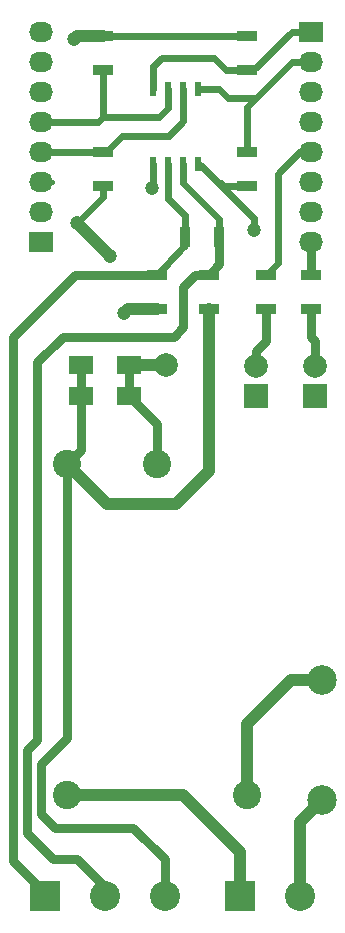
<source format=gbr>
G04 #@! TF.FileFunction,Copper,L1,Top,Signal*
%FSLAX46Y46*%
G04 Gerber Fmt 4.6, Leading zero omitted, Abs format (unit mm)*
G04 Created by KiCad (PCBNEW 4.0.2+dfsg1-stable) date mar 17 jul 2018 09:31:31 CEST*
%MOMM*%
G01*
G04 APERTURE LIST*
%ADD10C,0.100000*%
%ADD11R,2.000000X2.000000*%
%ADD12C,2.000000*%
%ADD13C,2.500000*%
%ADD14R,2.540000X2.540000*%
%ADD15C,2.540000*%
%ADD16C,1.998980*%
%ADD17R,0.508000X1.143000*%
%ADD18R,2.000000X1.600000*%
%ADD19R,1.700000X0.900000*%
%ADD20R,0.900000X1.700000*%
%ADD21R,2.032000X1.727200*%
%ADD22O,2.032000X1.727200*%
%ADD23C,2.400000*%
%ADD24C,1.200000*%
%ADD25C,0.600000*%
%ADD26C,0.800000*%
%ADD27C,1.000000*%
%ADD28C,0.400000*%
%ADD29C,0.700000*%
G04 APERTURE END LIST*
D10*
D11*
X127110000Y-85920000D03*
D12*
X127110000Y-83380000D03*
D11*
X132110000Y-85920000D03*
D12*
X132110000Y-83380000D03*
D13*
X132710000Y-120120000D03*
X132710000Y-109960000D03*
D14*
X125730000Y-128270000D03*
D15*
X130810000Y-128270000D03*
D14*
X109220000Y-128270000D03*
D15*
X114300000Y-128270000D03*
X119380000Y-128270000D03*
D16*
X119510000Y-83320000D03*
D17*
X122215000Y-66295000D03*
X120945000Y-66295000D03*
X119675000Y-66295000D03*
X118405000Y-66295000D03*
X118405000Y-59945000D03*
X119675000Y-59945000D03*
X120945000Y-59945000D03*
X122215000Y-59945000D03*
D18*
X116310000Y-85920000D03*
X112310000Y-85920000D03*
X116310000Y-83320000D03*
X112310000Y-83320000D03*
D19*
X126310000Y-65270000D03*
X126310000Y-68170000D03*
X114110000Y-65270000D03*
X114110000Y-68170000D03*
X114110000Y-58370000D03*
X114110000Y-55470000D03*
X126310000Y-58370000D03*
X126310000Y-55470000D03*
X118710000Y-75670000D03*
X118710000Y-78570000D03*
X127910000Y-78570000D03*
X127910000Y-75670000D03*
X131710000Y-78570000D03*
X131710000Y-75670000D03*
X123110000Y-78570000D03*
X123110000Y-75670000D03*
D20*
X121060000Y-72520000D03*
X123960000Y-72520000D03*
D21*
X131710000Y-55120000D03*
D22*
X131710000Y-57660000D03*
X131710000Y-60200000D03*
X131710000Y-62740000D03*
X131710000Y-65280000D03*
X131710000Y-67820000D03*
X131710000Y-70360000D03*
X131710000Y-72900000D03*
D21*
X108910000Y-72920000D03*
D22*
X108910000Y-70380000D03*
X108910000Y-67840000D03*
X108910000Y-65300000D03*
X108910000Y-62760000D03*
X108910000Y-60220000D03*
X108910000Y-57680000D03*
X108910000Y-55140000D03*
D23*
X111110000Y-119720000D03*
X126310000Y-119720000D03*
X111110000Y-91720000D03*
X118710000Y-91720000D03*
D24*
X118310000Y-68320000D03*
X111710000Y-55720000D03*
X111910000Y-71320000D03*
X114710000Y-74120000D03*
X126910000Y-71920000D03*
X115910000Y-78920000D03*
D25*
X118405000Y-66295000D02*
X118405000Y-68225000D01*
X118405000Y-68225000D02*
X118310000Y-68320000D01*
D26*
X112310000Y-85920000D02*
X112310000Y-90520000D01*
X112310000Y-90520000D02*
X111110000Y-91720000D01*
X112310000Y-83320000D02*
X112310000Y-85920000D01*
X119380000Y-128270000D02*
X119380000Y-125190000D01*
X119380000Y-125190000D02*
X116710000Y-122520000D01*
X116710000Y-122520000D02*
X110110000Y-122520000D01*
X110110000Y-122520000D02*
X108910000Y-121320000D01*
X108910000Y-121320000D02*
X108910000Y-117120000D01*
X108910000Y-117120000D02*
X111110000Y-114920000D01*
X111110000Y-114920000D02*
X111110000Y-91720000D01*
D27*
X123110000Y-78570000D02*
X123110000Y-92320000D01*
X123110000Y-92320000D02*
X120310000Y-95120000D01*
X120310000Y-95120000D02*
X114510000Y-95120000D01*
X114510000Y-95120000D02*
X111110000Y-91720000D01*
X111110000Y-91720000D02*
X111110000Y-91120000D01*
D25*
X111910000Y-71320000D02*
X114110000Y-69120000D01*
X114110000Y-69120000D02*
X114110000Y-68170000D01*
D27*
X111960000Y-55470000D02*
X114110000Y-55470000D01*
X111710000Y-55720000D02*
X111960000Y-55470000D01*
X114710000Y-74120000D02*
X111910000Y-71320000D01*
D25*
X114110000Y-55470000D02*
X126310000Y-55470000D01*
X126310000Y-68170000D02*
X124160000Y-68170000D01*
X124160000Y-68170000D02*
X124110000Y-68120000D01*
X124110000Y-68120000D02*
X124110000Y-67920000D01*
X124110000Y-67920000D02*
X124110000Y-68120000D01*
X122215000Y-66295000D02*
X122285000Y-66295000D01*
X122285000Y-66295000D02*
X124110000Y-68120000D01*
X124110000Y-68120000D02*
X124310000Y-68320000D01*
X124310000Y-68320000D02*
X126910000Y-70920000D01*
X126910000Y-70920000D02*
X126910000Y-71920000D01*
D27*
X116310000Y-83320000D02*
X119510000Y-83320000D01*
X116260000Y-78570000D02*
X118710000Y-78570000D01*
X115910000Y-78920000D02*
X116260000Y-78570000D01*
D26*
X118710000Y-91720000D02*
X118710000Y-88320000D01*
X118710000Y-88320000D02*
X116310000Y-85920000D01*
X116310000Y-85920000D02*
X116310000Y-83320000D01*
X131710000Y-72900000D02*
X131710000Y-75670000D01*
D25*
X119675000Y-66295000D02*
X119675000Y-69285000D01*
X121060000Y-70670000D02*
X121060000Y-72520000D01*
X119675000Y-69285000D02*
X121060000Y-70670000D01*
D26*
X109220000Y-128270000D02*
X109220000Y-128030000D01*
X109220000Y-128030000D02*
X106510000Y-125320000D01*
X106510000Y-125320000D02*
X106510000Y-80920000D01*
X106510000Y-80920000D02*
X111760000Y-75670000D01*
X111760000Y-75670000D02*
X118710000Y-75670000D01*
D25*
X121060000Y-72520000D02*
X121060000Y-73170000D01*
X121060000Y-73170000D02*
X120710000Y-73520000D01*
X120710000Y-73520000D02*
X118710000Y-75670000D01*
D28*
X121060000Y-72520000D02*
X121060000Y-73370000D01*
D25*
X120945000Y-66295000D02*
X120945000Y-67955000D01*
X123960000Y-70970000D02*
X123960000Y-72520000D01*
X120945000Y-67955000D02*
X123960000Y-70970000D01*
D26*
X114300000Y-128270000D02*
X114300000Y-127510000D01*
X114300000Y-127510000D02*
X111910000Y-125120000D01*
X121960000Y-75670000D02*
X123110000Y-75670000D01*
X120910000Y-76720000D02*
X121960000Y-75670000D01*
X120910000Y-80120000D02*
X120910000Y-76720000D01*
X120110000Y-80920000D02*
X120910000Y-80120000D01*
X110710000Y-80920000D02*
X120110000Y-80920000D01*
X108510000Y-83120000D02*
X110710000Y-80920000D01*
X108510000Y-115120000D02*
X108510000Y-83120000D01*
X107710000Y-115920000D02*
X108510000Y-115120000D01*
X107710000Y-122920000D02*
X107710000Y-115920000D01*
X109910000Y-125120000D02*
X107710000Y-122920000D01*
X111910000Y-125120000D02*
X109910000Y-125120000D01*
X114300000Y-127910000D02*
X114300000Y-128270000D01*
X123960000Y-72520000D02*
X123960000Y-74820000D01*
X123960000Y-74820000D02*
X123110000Y-75670000D01*
D28*
X124110000Y-72370000D02*
X123960000Y-72520000D01*
D25*
X131710000Y-65280000D02*
X130750000Y-65280000D01*
X130750000Y-65280000D02*
X128910000Y-67120000D01*
X128910000Y-67120000D02*
X128910000Y-74670000D01*
X128910000Y-74670000D02*
X127910000Y-75670000D01*
D27*
X111110000Y-119720000D02*
X120910000Y-119720000D01*
X125730000Y-124540000D02*
X125730000Y-128270000D01*
X120910000Y-119720000D02*
X125730000Y-124540000D01*
X132710000Y-109960000D02*
X130070000Y-109960000D01*
X126310000Y-113720000D02*
X126310000Y-119720000D01*
X130070000Y-109960000D02*
X126310000Y-113720000D01*
X130810000Y-128270000D02*
X130810000Y-122020000D01*
X130810000Y-122020000D02*
X132710000Y-120120000D01*
D28*
X109790000Y-67840000D02*
X108910000Y-67840000D01*
D26*
X127910000Y-78570000D02*
X127910000Y-81320000D01*
X127110000Y-82120000D02*
X127110000Y-83380000D01*
X127910000Y-81320000D02*
X127110000Y-82120000D01*
X132110000Y-83380000D02*
X132110000Y-81320000D01*
X131710000Y-80920000D02*
X131710000Y-78570000D01*
X132110000Y-81320000D02*
X131710000Y-80920000D01*
D25*
X126310000Y-58370000D02*
X124560000Y-58370000D01*
X118405000Y-58025000D02*
X118405000Y-59945000D01*
X119110000Y-57320000D02*
X118405000Y-58025000D01*
X123510000Y-57320000D02*
X119110000Y-57320000D01*
X124560000Y-58370000D02*
X123510000Y-57320000D01*
X131710000Y-55120000D02*
X130110000Y-55120000D01*
X130110000Y-55120000D02*
X126860000Y-58370000D01*
X126860000Y-58370000D02*
X126310000Y-58370000D01*
X126310000Y-65270000D02*
X126310000Y-61520000D01*
X126310000Y-61520000D02*
X127110000Y-60720000D01*
X122215000Y-59945000D02*
X123935000Y-59945000D01*
X130170000Y-57660000D02*
X131710000Y-57660000D01*
X127110000Y-60720000D02*
X130170000Y-57660000D01*
X124710000Y-60720000D02*
X127110000Y-60720000D01*
X123935000Y-59945000D02*
X124710000Y-60720000D01*
X114110000Y-65270000D02*
X114360000Y-65270000D01*
X114360000Y-65270000D02*
X115710000Y-63920000D01*
X120945000Y-62685000D02*
X120945000Y-59945000D01*
X119710000Y-63920000D02*
X120945000Y-62685000D01*
X115710000Y-63920000D02*
X119710000Y-63920000D01*
X108910000Y-65300000D02*
X114080000Y-65300000D01*
X114080000Y-65300000D02*
X114110000Y-65270000D01*
D29*
X114080000Y-65300000D02*
X114110000Y-65270000D01*
D25*
X114110000Y-58370000D02*
X114110000Y-62320000D01*
X108910000Y-62760000D02*
X113670000Y-62760000D01*
X119675000Y-61555000D02*
X119675000Y-59945000D01*
X118910000Y-62320000D02*
X119675000Y-61555000D01*
X114110000Y-62320000D02*
X118910000Y-62320000D01*
X113670000Y-62760000D02*
X114110000Y-62320000D01*
M02*

</source>
